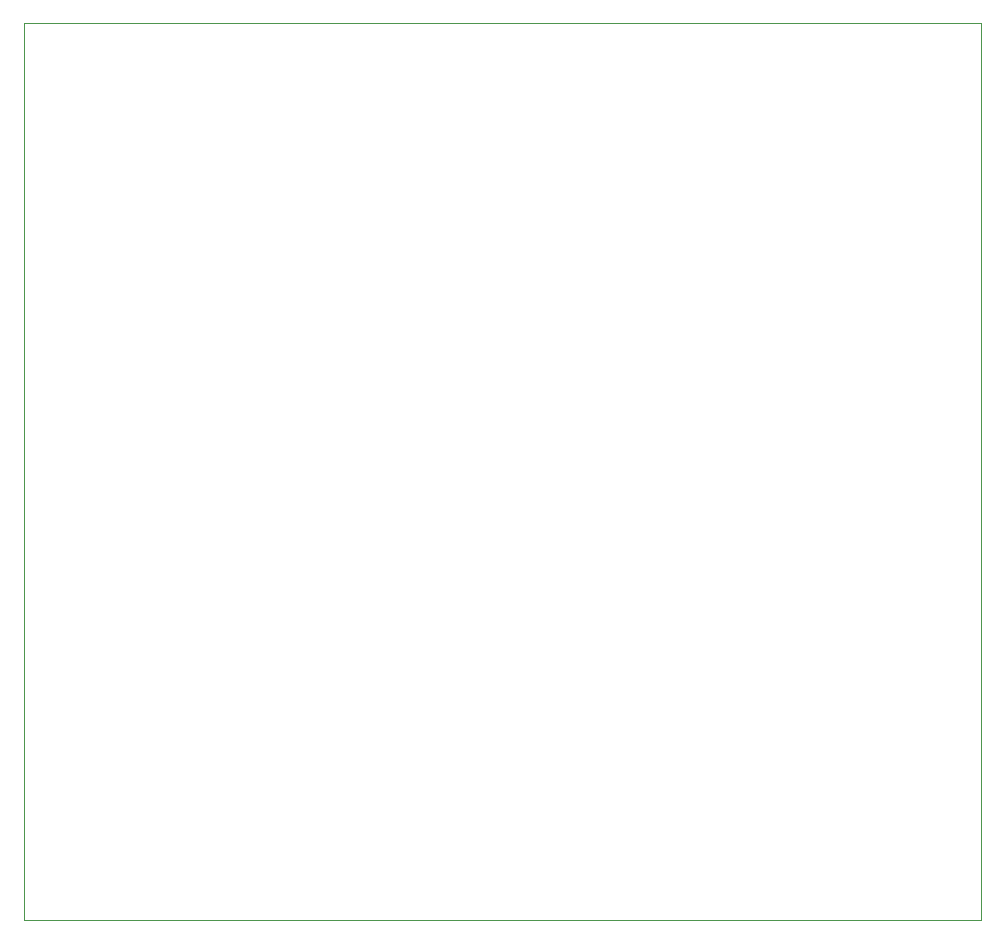
<source format=gbr>
%TF.GenerationSoftware,KiCad,Pcbnew,(5.1.12)-1*%
%TF.CreationDate,2021-12-24T09:33:47+00:00*%
%TF.ProjectId,ledDeviceServerEsp32Pio,6c656444-6576-4696-9365-536572766572,rev?*%
%TF.SameCoordinates,Original*%
%TF.FileFunction,Profile,NP*%
%FSLAX46Y46*%
G04 Gerber Fmt 4.6, Leading zero omitted, Abs format (unit mm)*
G04 Created by KiCad (PCBNEW (5.1.12)-1) date 2021-12-24 09:33:47*
%MOMM*%
%LPD*%
G01*
G04 APERTURE LIST*
%TA.AperFunction,Profile*%
%ADD10C,0.050000*%
%TD*%
G04 APERTURE END LIST*
D10*
X10000000Y-10000000D02*
X91000000Y-10000000D01*
X10000000Y-10000000D02*
X10000000Y-86000000D01*
X91000000Y-10000000D02*
X91000000Y-86000000D01*
X10000000Y-86000000D02*
X91000000Y-86000000D01*
M02*

</source>
